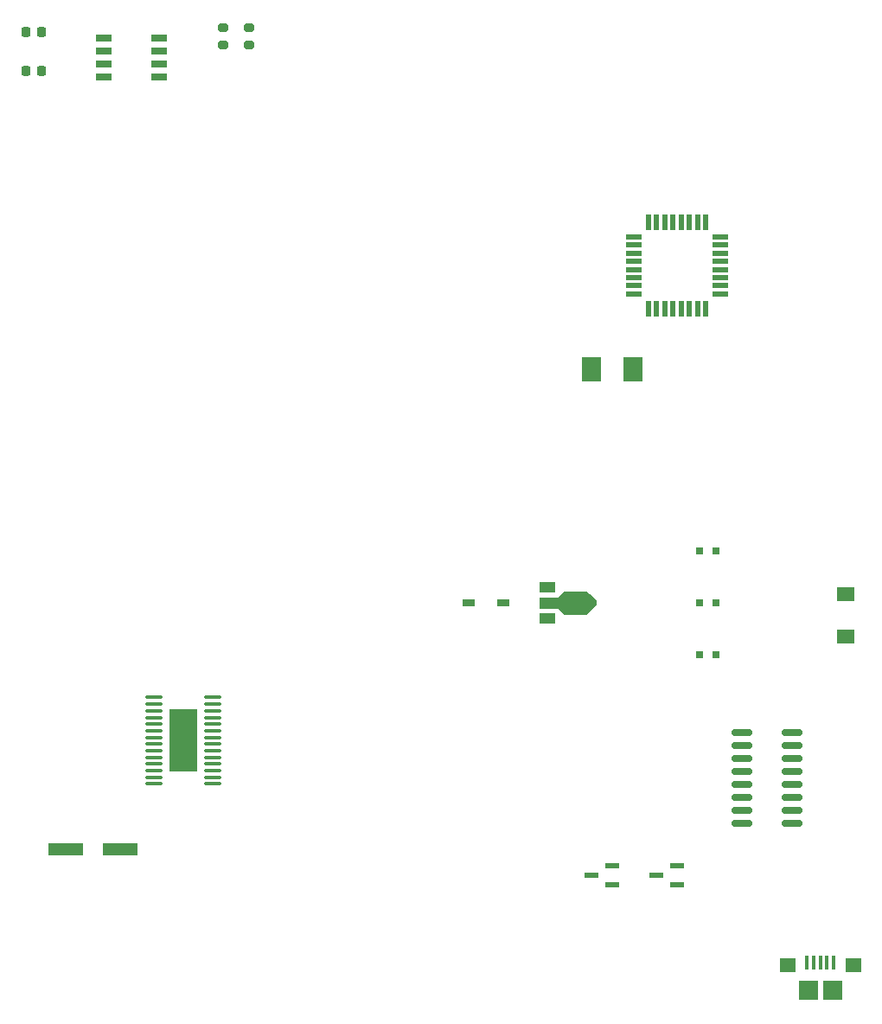
<source format=gbr>
%TF.GenerationSoftware,KiCad,Pcbnew,8.0.4*%
%TF.CreationDate,2024-08-11T19:16:42-04:00*%
%TF.ProjectId,foc_pcb,666f635f-7063-4622-9e6b-696361645f70,rev?*%
%TF.SameCoordinates,Original*%
%TF.FileFunction,Paste,Top*%
%TF.FilePolarity,Positive*%
%FSLAX46Y46*%
G04 Gerber Fmt 4.6, Leading zero omitted, Abs format (unit mm)*
G04 Created by KiCad (PCBNEW 8.0.4) date 2024-08-11 19:16:42*
%MOMM*%
%LPD*%
G01*
G04 APERTURE LIST*
G04 Aperture macros list*
%AMRoundRect*
0 Rectangle with rounded corners*
0 $1 Rounding radius*
0 $2 $3 $4 $5 $6 $7 $8 $9 X,Y pos of 4 corners*
0 Add a 4 corners polygon primitive as box body*
4,1,4,$2,$3,$4,$5,$6,$7,$8,$9,$2,$3,0*
0 Add four circle primitives for the rounded corners*
1,1,$1+$1,$2,$3*
1,1,$1+$1,$4,$5*
1,1,$1+$1,$6,$7*
1,1,$1+$1,$8,$9*
0 Add four rect primitives between the rounded corners*
20,1,$1+$1,$2,$3,$4,$5,0*
20,1,$1+$1,$4,$5,$6,$7,0*
20,1,$1+$1,$6,$7,$8,$9,0*
20,1,$1+$1,$8,$9,$2,$3,0*%
G04 Aperture macros list end*
%ADD10C,0.010000*%
%ADD11R,0.400000X1.350000*%
%ADD12R,1.600000X1.400000*%
%ADD13R,1.900000X1.900000*%
%ADD14R,1.500000X0.650000*%
%ADD15R,3.500000X1.200000*%
%ADD16R,1.320800X0.558800*%
%ADD17R,0.800000X0.800000*%
%ADD18RoundRect,0.225000X0.225000X0.250000X-0.225000X0.250000X-0.225000X-0.250000X0.225000X-0.250000X0*%
%ADD19RoundRect,0.200000X-0.275000X0.200000X-0.275000X-0.200000X0.275000X-0.200000X0.275000X0.200000X0*%
%ADD20R,1.900000X2.400000*%
%ADD21R,1.800000X1.350000*%
%ADD22R,1.500000X1.000000*%
%ADD23O,1.731500X0.343000*%
%ADD24R,2.750000X6.200000*%
%ADD25R,1.500000X0.600000*%
%ADD26R,0.600000X1.500000*%
%ADD27RoundRect,0.150000X-0.825000X-0.150000X0.825000X-0.150000X0.825000X0.150000X-0.825000X0.150000X0*%
%ADD28R,1.210000X0.730000*%
G04 APERTURE END LIST*
D10*
%TO.C,VR1*%
X340030000Y-262690000D02*
X340030000Y-263090000D01*
X339130000Y-263990000D01*
X336930000Y-263990000D01*
X336330000Y-263390000D01*
X334530000Y-263390000D01*
X334530000Y-262390000D01*
X336330000Y-262390000D01*
X336930000Y-261790000D01*
X339130000Y-261790000D01*
X340030000Y-262690000D01*
G36*
X340030000Y-262690000D02*
G01*
X340030000Y-263090000D01*
X339130000Y-263990000D01*
X336930000Y-263990000D01*
X336330000Y-263390000D01*
X334530000Y-263390000D01*
X334530000Y-262390000D01*
X336330000Y-262390000D01*
X336930000Y-261790000D01*
X339130000Y-261790000D01*
X340030000Y-262690000D01*
G37*
%TD*%
D11*
%TO.C,J12*%
X360720000Y-298125000D03*
X361370000Y-298125000D03*
X362020000Y-298125000D03*
X362670000Y-298125000D03*
X363320000Y-298125000D03*
D12*
X358820000Y-298350000D03*
X365220000Y-298350000D03*
D13*
X360820000Y-300800000D03*
X363220000Y-300800000D03*
%TD*%
D14*
%TO.C,IC1*%
X291850000Y-207645000D03*
X291850000Y-208915000D03*
X291850000Y-210185000D03*
X291850000Y-211455000D03*
X297250000Y-211455000D03*
X297250000Y-210185000D03*
X297250000Y-208915000D03*
X297250000Y-207645000D03*
%TD*%
D15*
%TO.C,C11*%
X288160000Y-287020000D03*
X293500000Y-287020000D03*
%TD*%
D16*
%TO.C,U3*%
X341630000Y-290499800D03*
X341630000Y-288620200D03*
X339598000Y-289560000D03*
%TD*%
D17*
%TO.C,D3*%
X350191000Y-257810000D03*
X351790000Y-257810000D03*
%TD*%
D18*
%TO.C,C13*%
X285750000Y-207010000D03*
X284200000Y-207010000D03*
%TD*%
D19*
%TO.C,R9*%
X303530000Y-208280000D03*
X303530000Y-206630000D03*
%TD*%
D20*
%TO.C,Y1*%
X343680000Y-240030000D03*
X339580000Y-240030000D03*
%TD*%
D21*
%TO.C,SW1*%
X364490000Y-262085000D03*
X364490000Y-266235000D03*
%TD*%
D17*
%TO.C,D1*%
X350191000Y-267977000D03*
X351790000Y-267970000D03*
%TD*%
D22*
%TO.C,VR1*%
X335280000Y-261390000D03*
X335280000Y-264390000D03*
%TD*%
D23*
%TO.C,U1*%
X296784000Y-272175000D03*
X296784000Y-272825000D03*
X296784000Y-273475000D03*
X296784000Y-274125000D03*
X296784000Y-274775000D03*
X296784000Y-275425000D03*
X296784000Y-276075000D03*
X296784000Y-276725000D03*
X296784000Y-277375000D03*
X296784000Y-278025000D03*
X296784000Y-278675000D03*
X296784000Y-279325000D03*
X296784000Y-279975000D03*
X296784000Y-280625000D03*
X302516000Y-280625000D03*
X302516000Y-279975000D03*
X302516000Y-279325000D03*
X302516000Y-278675000D03*
X302516000Y-278025000D03*
X302516000Y-277375000D03*
X302516000Y-276725000D03*
X302516000Y-276075000D03*
X302516000Y-275425000D03*
X302516000Y-274775000D03*
X302516000Y-274125000D03*
X302516000Y-273475000D03*
X302516000Y-272825000D03*
X302516000Y-272175000D03*
D24*
X299650000Y-276400000D03*
%TD*%
D17*
%TO.C,D5*%
X350191000Y-262890000D03*
X351790000Y-262890000D03*
%TD*%
D18*
%TO.C,C14*%
X285750000Y-210820000D03*
X284200000Y-210820000D03*
%TD*%
D25*
%TO.C,U2*%
X343730000Y-227070000D03*
X343730000Y-227870000D03*
X343730000Y-228670000D03*
X343730000Y-229470000D03*
X343730000Y-230270000D03*
X343730000Y-231070000D03*
X343730000Y-231870000D03*
X343730000Y-232670000D03*
D26*
X345180000Y-234120000D03*
X345980000Y-234120000D03*
X346780000Y-234120000D03*
X347580000Y-234120000D03*
X348380000Y-234120000D03*
X349180000Y-234120000D03*
X349980000Y-234120000D03*
X350780000Y-234120000D03*
D25*
X352230000Y-232670000D03*
X352230000Y-231870000D03*
X352230000Y-231070000D03*
X352230000Y-230270000D03*
X352230000Y-229470000D03*
X352230000Y-228670000D03*
X352230000Y-227870000D03*
X352230000Y-227070000D03*
D26*
X350780000Y-225620000D03*
X349980000Y-225620000D03*
X349180000Y-225620000D03*
X348380000Y-225620000D03*
X347580000Y-225620000D03*
X346780000Y-225620000D03*
X345980000Y-225620000D03*
X345180000Y-225620000D03*
%TD*%
D27*
%TO.C,U5*%
X354330000Y-275590000D03*
X354330000Y-276860000D03*
X354330000Y-278130000D03*
X354330000Y-279400000D03*
X354330000Y-280670000D03*
X354330000Y-281940000D03*
X354330000Y-283210000D03*
X354330000Y-284480000D03*
X359280000Y-284480000D03*
X359280000Y-283210000D03*
X359280000Y-281940000D03*
X359280000Y-280670000D03*
X359280000Y-279400000D03*
X359280000Y-278130000D03*
X359280000Y-276860000D03*
X359280000Y-275590000D03*
%TD*%
D19*
%TO.C,R11*%
X306070000Y-206630000D03*
X306070000Y-208280000D03*
%TD*%
D28*
%TO.C,D2*%
X330930000Y-262890000D03*
X327570000Y-262890000D03*
%TD*%
D16*
%TO.C,U4*%
X347980000Y-290499800D03*
X347980000Y-288620200D03*
X345948000Y-289560000D03*
%TD*%
M02*

</source>
